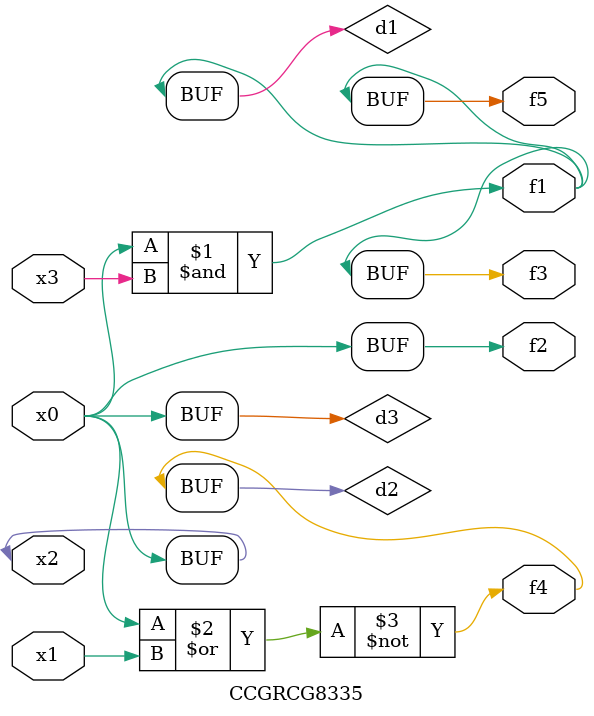
<source format=v>
module CCGRCG8335(
	input x0, x1, x2, x3,
	output f1, f2, f3, f4, f5
);

	wire d1, d2, d3;

	and (d1, x2, x3);
	nor (d2, x0, x1);
	buf (d3, x0, x2);
	assign f1 = d1;
	assign f2 = d3;
	assign f3 = d1;
	assign f4 = d2;
	assign f5 = d1;
endmodule

</source>
